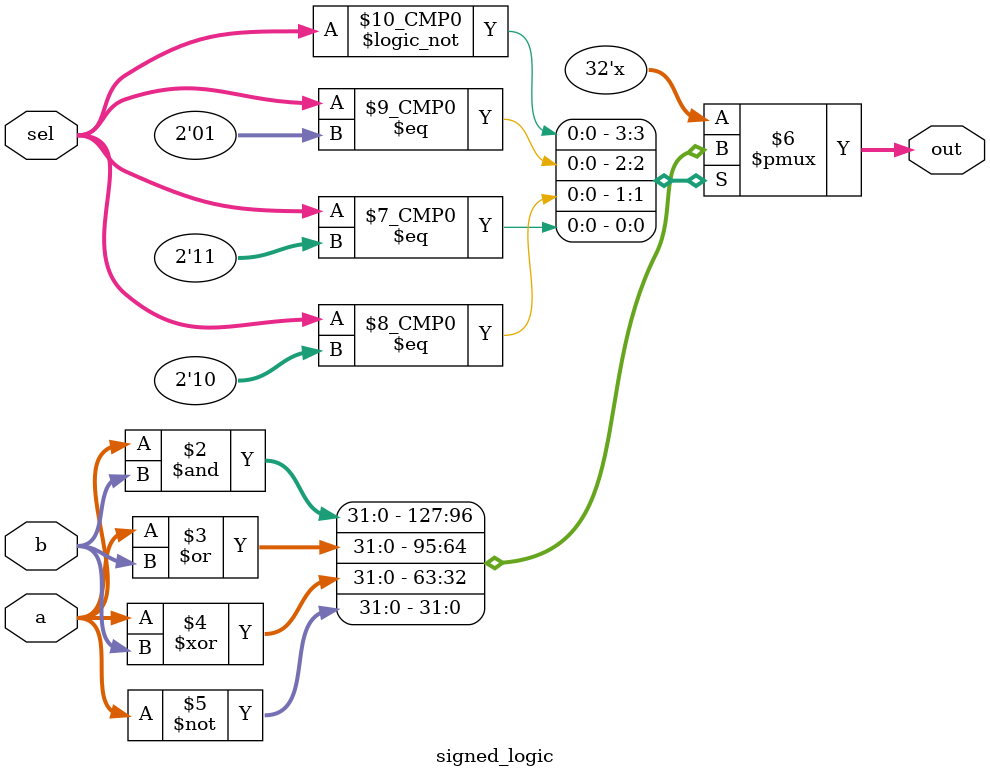
<source format=v>
`timescale 1ns / 1ps
module signed_logic(input wire signed [31:0]a,b,input wire [1:0]sel,output reg signed [31:0]out);
    always@(*)begin
        out=32'sd0;
        case(sel)
            2'b00: out=a&b;
            2'b01: out=a|b;
            2'b10: out=a^b;
            2'b11: out=~a;
            default: out=32'sd0;
        endcase
    end
endmodule

</source>
